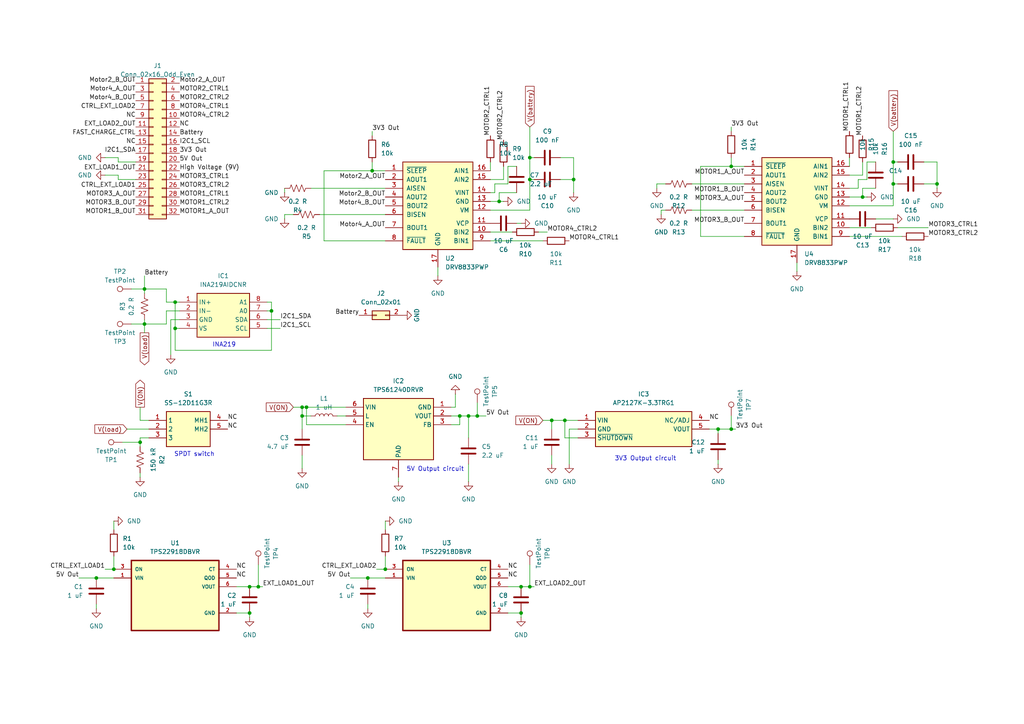
<source format=kicad_sch>
(kicad_sch (version 20250114) (generator "eeschema") (generator_version "9.0")
  (paper "A4")
  (lib_symbols
    (symbol "AP2127K-3_3TRG1_jlc:AP2127K-3.3TRG1"
      (property "Reference" "IC" (at 34.29 7.62 0))
      (property "Value" "AP2127K-3.3TRG1" (at 34.29 5.08 0))
      (symbol "AP2127K-3.3TRG1_1_1"
        (pin passive line (at 0 0 0) (length 5.08) (name "VIN") (number "1"))
        (pin passive line (at 0 -2.54 0) (length 5.08) (name "GND") (number "2"))
        (pin passive line (at 0 -5.08 0) (length 5.08) (name "~{SHUTDOWN}") (number "3"))
        (pin passive line (at 38.1 0 180) (length 5.08) (name "NC/ADJ") (number "4"))
        (pin passive line (at 38.1 -2.54 180) (length 5.08) (name "VOUT") (number "5"))
      )
    )
    (symbol "Connector:TestPoint" (pin_numbers (hide yes)) (pin_names (offset 0.762) (hide yes))
      (property "Reference" "TP" (at 0 6.858 0))
      (property "Value" "TestPoint" (at 0 5.08 0))
      (symbol "TestPoint_1_1"
        (pin passive line (at 0 0 90) (length 2.54) (name "1") (number "1"))
      )
    )
    (symbol "Connector_Generic:Conn_02x01" (pin_names (offset 1.016) (hide yes))
      (property "Reference" "J" (at 1.27 2.54 0))
      (property "Value" "Conn_02x01" (at 1.27 -2.54 0))
      (symbol "Conn_02x01_1_1"
        (pin passive line (at -5.08 0 0) (length 3.81) (name "Pin_1") (number "1"))
        (pin passive line (at 7.62 0 180) (length 3.81) (name "Pin_2") (number "2"))
      )
    )
    (symbol "Connector_Generic:Conn_02x16_Odd_Even" (pin_names (offset 1.016) (hide yes))
      (property "Reference" "J" (at 1.27 20.32 0))
      (property "Value" "Conn_02x16_Odd_Even" (at 1.27 -22.86 0))
      (symbol "Conn_02x16_Odd_Even_1_1"
        (pin passive line (at -5.08 17.78 0) (length 3.81) (name "Pin_1") (number "1"))
        (pin passive line (at -5.08 15.24 0) (length 3.81) (name "Pin_3") (number "3"))
        (pin passive line (at -5.08 12.7 0) (length 3.81) (name "Pin_5") (number "5"))
        (pin passive line (at -5.08 10.16 0) (length 3.81) (name "Pin_7") (number "7"))
        (pin passive line (at -5.08 7.62 0) (length 3.81) (name "Pin_9") (number "9"))
        (pin passive line (at -5.08 5.08 0) (length 3.81) (name "Pin_11") (number "11"))
        (pin passive line (at -5.08 2.54 0) (length 3.81) (name "Pin_13") (number "13"))
        (pin passive line (at -5.08 0 0) (length 3.81) (name "Pin_15") (number "15"))
        (pin passive line (at -5.08 -2.54 0) (length 3.81) (name "Pin_17") (number "17"))
        (pin passive line (at -5.08 -5.08 0) (length 3.81) (name "Pin_19") (number "19"))
        (pin passive line (at -5.08 -7.62 0) (length 3.81) (name "Pin_21") (number "21"))
        (pin passive line (at -5.08 -10.16 0) (length 3.81) (name "Pin_23") (number "23"))
        (pin passive line (at -5.08 -12.7 0) (length 3.81) (name "Pin_25") (number "25"))
        (pin passive line (at -5.08 -15.24 0) (length 3.81) (name "Pin_27") (number "27"))
        (pin passive line (at -5.08 -17.78 0) (length 3.81) (name "Pin_29") (number "29"))
        (pin passive line (at -5.08 -20.32 0) (length 3.81) (name "Pin_31") (number "31"))
        (pin passive line (at 7.62 17.78 180) (length 3.81) (name "Pin_2") (number "2"))
        (pin passive line (at 7.62 15.24 180) (length 3.81) (name "Pin_4") (number "4"))
        (pin passive line (at 7.62 12.7 180) (length 3.81) (name "Pin_6") (number "6"))
        (pin passive line (at 7.62 10.16 180) (length 3.81) (name "Pin_8") (number "8"))
        (pin passive line (at 7.62 7.62 180) (length 3.81) (name "Pin_10") (number "10"))
        (pin passive line (at 7.62 5.08 180) (length 3.81) (name "Pin_12") (number "12"))
        (pin passive line (at 7.62 2.54 180) (length 3.81) (name "Pin_14") (number "14"))
        (pin passive line (at 7.62 0 180) (length 3.81) (name "Pin_16") (number "16"))
        (pin passive line (at 7.62 -2.54 180) (length 3.81) (name "Pin_18") (number "18"))
        (pin passive line (at 7.62 -5.08 180) (length 3.81) (name "Pin_20") (number "20"))
        (pin passive line (at 7.62 -7.62 180) (length 3.81) (name "Pin_22") (number "22"))
        (pin passive line (at 7.62 -10.16 180) (length 3.81) (name "Pin_24") (number "24"))
        (pin passive line (at 7.62 -12.7 180) (length 3.81) (name "Pin_26") (number "26"))
        (pin passive line (at 7.62 -15.24 180) (length 3.81) (name "Pin_28") (number "28"))
        (pin passive line (at 7.62 -17.78 180) (length 3.81) (name "Pin_30") (number "30"))
        (pin passive line (at 7.62 -20.32 180) (length 3.81) (name "Pin_32") (number "32"))
      )
    )
    (symbol "DRV8833PWP_1" (pin_names (offset 1.016))
      (property "Reference" "U2" (at 2.1433 -15.24 0))
      (property "Value" "DRV8833PWP" (at 2.1433 -17.78 0))
      (symbol "DRV8833PWP_1_1_1"
        (pin input line (at -15.24 10.16 0) (length 5.08) (name "~{SLEEP}") (number "1"))
        (pin power_out line (at -15.24 7.62 0) (length 5.08) (name "AOUT1") (number "2"))
        (pin bidirectional line (at -15.24 5.08 0) (length 5.08) (name "AISEN") (number "3"))
        (pin power_out line (at -15.24 2.54 0) (length 5.08) (name "AOUT2") (number "4"))
        (pin power_out line (at -15.24 0 0) (length 5.08) (name "BOUT2") (number "5"))
        (pin bidirectional line (at -15.24 -2.54 0) (length 5.08) (name "BISEN") (number "6"))
        (pin power_out line (at -15.24 -6.35 0) (length 5.08) (name "BOUT1") (number "7"))
        (pin open_collector line (at -15.24 -10.16 0) (length 5.08) (name "~{FAULT}") (number "8"))
        (pin passive line (at 0 -17.78 90) (length 5.08) (name "GND") (number "17"))
        (pin input line (at 15.24 10.16 180) (length 5.08) (name "AIN1") (number "16"))
        (pin input line (at 15.24 7.62 180) (length 5.08) (name "AIN2") (number "15"))
        (pin power_in line (at 15.24 3.81 180) (length 5.08) (name "VINT") (number "14"))
        (pin power_in line (at 15.24 1.27 180) (length 5.08) (name "GND") (number "13"))
        (pin power_in line (at 15.24 -1.27 180) (length 5.08) (name "VM") (number "12"))
        (pin bidirectional line (at 15.24 -5.08 180) (length 5.08) (name "VCP") (number "11"))
        (pin input line (at 15.24 -7.62 180) (length 5.08) (name "BIN2") (number "10"))
        (pin input line (at 15.24 -10.16 180) (length 5.08) (name "BIN1") (number "9"))
      )
    )
    (symbol "DRV8833PWP_2" (pin_names (offset 1.016))
      (property "Reference" "U4" (at 2.1433 -15.24 0))
      (property "Value" "DRV8833PWP" (at 2.1433 -17.78 0))
      (symbol "DRV8833PWP_2_1_1"
        (pin input line (at -15.24 10.16 0) (length 5.08) (name "~{SLEEP}") (number "1"))
        (pin power_out line (at -15.24 7.62 0) (length 5.08) (name "AOUT1") (number "2"))
        (pin bidirectional line (at -15.24 5.08 0) (length 5.08) (name "AISEN") (number "3"))
        (pin power_out line (at -15.24 2.54 0) (length 5.08) (name "AOUT2") (number "4"))
        (pin power_out line (at -15.24 0 0) (length 5.08) (name "BOUT2") (number "5"))
        (pin bidirectional line (at -15.24 -2.54 0) (length 5.08) (name "BISEN") (number "6"))
        (pin power_out line (at -15.24 -6.35 0) (length 5.08) (name "BOUT1") (number "7"))
        (pin open_collector line (at -15.24 -10.16 0) (length 5.08) (name "~{FAULT}") (number "8"))
        (pin passive line (at 0 -17.78 90) (length 5.08) (name "GND") (number "17"))
        (pin input line (at 15.24 10.16 180) (length 5.08) (name "AIN1") (number "16"))
        (pin input line (at 15.24 7.62 180) (length 5.08) (name "AIN2") (number "15"))
        (pin power_in line (at 15.24 3.81 180) (length 5.08) (name "VINT") (number "14"))
        (pin power_in line (at 15.24 1.27 180) (length 5.08) (name "GND") (number "13"))
        (pin power_in line (at 15.24 -1.27 180) (length 5.08) (name "VM") (number "12"))
        (pin bidirectional line (at 15.24 -5.08 180) (length 5.08) (name "VCP") (number "11"))
        (pin input line (at 15.24 -7.62 180) (length 5.08) (name "BIN2") (number "10"))
        (pin input line (at 15.24 -10.16 180) (length 5.08) (name "BIN1") (number "9"))
      )
    )
    (symbol "Device:C" (pin_numbers (hide yes)) (pin_names (offset 0.254))
      (property "Reference" "C" (at 0.635 2.54 0))
      (property "Value" "C" (at 0.635 -2.54 0))
      (symbol "C_1_1"
        (pin passive line (at 0 3.81 270) (length 2.794) (name "~") (number "1"))
        (pin passive line (at 0 -3.81 90) (length 2.794) (name "~") (number "2"))
      )
    )
    (symbol "Device:L" (pin_numbers (hide yes)) (pin_names (offset 1.016) (hide yes))
      (property "Reference" "L" (at -1.27 0 90))
      (property "Value" "L" (at 1.905 0 90))
      (symbol "L_1_1"
        (pin passive line (at 0 3.81 270) (length 1.27) (name "1") (number "1"))
        (pin passive line (at 0 -3.81 90) (length 1.27) (name "2") (number "2"))
      )
    )
    (symbol "Device:R" (pin_numbers (hide yes)) (pin_names (offset 0))
      (property "Reference" "R" (at 2.032 0 90))
      (property "Value" "R" (at 0 0 90))
      (symbol "R_1_1"
        (pin passive line (at 0 3.81 270) (length 1.27) (name "~") (number "1"))
        (pin passive line (at 0 -3.81 90) (length 1.27) (name "~") (number "2"))
      )
    )
    (symbol "Device:R_US" (pin_numbers (hide yes)) (pin_names (offset 0))
      (property "Reference" "R" (at 2.54 0 90))
      (property "Value" "R_US" (at -2.54 0 90))
      (symbol "R_US_1_1"
        (pin passive line (at 0 3.81 270) (length 1.27) (name "~") (number "1"))
        (pin passive line (at 0 -3.81 90) (length 1.27) (name "~") (number "2"))
      )
    )
    (symbol "INA219AIDCNR_jlc:INA219AIDCNR"
      (property "Reference" "IC" (at 21.59 7.62 0))
      (property "Value" "INA219AIDCNR" (at 21.59 5.08 0))
      (symbol "INA219AIDCNR_1_1"
        (pin passive line (at 0 0 0) (length 5.08) (name "IN+") (number "1"))
        (pin passive line (at 0 -2.54 0) (length 5.08) (name "IN-") (number "2"))
        (pin passive line (at 0 -5.08 0) (length 5.08) (name "GND") (number "3"))
        (pin passive line (at 0 -7.62 0) (length 5.08) (name "VS") (number "4"))
        (pin passive line (at 25.4 0 180) (length 5.08) (name "A1") (number "8"))
        (pin passive line (at 25.4 -2.54 180) (length 5.08) (name "A0") (number "7"))
        (pin passive line (at 25.4 -5.08 180) (length 5.08) (name "SDA") (number "6"))
        (pin passive line (at 25.4 -7.62 180) (length 5.08) (name "SCL") (number "5"))
      )
    )
    (symbol "SS-12D11G3R_jlc:SS-12D11G3R"
      (property "Reference" "S" (at 19.05 7.62 0))
      (property "Value" "SS-12D11G3R" (at 19.05 5.08 0))
      (symbol "SS-12D11G3R_1_1"
        (pin passive line (at 0 0 0) (length 5.08) (name "1") (number "1"))
        (pin passive line (at 0 -2.54 0) (length 5.08) (name "2") (number "2"))
        (pin passive line (at 0 -5.08 0) (length 5.08) (name "3") (number "3"))
        (pin passive line (at 22.86 0 180) (length 5.08) (name "MH1") (number "4"))
        (pin passive line (at 22.86 -2.54 180) (length 5.08) (name "MH2") (number "5"))
      )
    )
    (symbol "TPS22918DBVR:TPS22918DBVR" (pin_names (offset 1.016))
      (property "Reference" "U" (at -12.7 11.16 0))
      (property "Value" "TPS22918DBVR" (at -12.7 -14.16 0))
      (symbol "TPS22918DBVR_0_0"
        (pin input line (at -17.78 7.62 0) (length 5.08) (name "ON") (number "3"))
        (pin input line (at -17.78 5.08 0) (length 5.08) (name "VIN") (number "1"))
        (pin output line (at 17.78 7.62 180) (length 5.08) (name "CT") (number "4"))
        (pin output line (at 17.78 5.08 180) (length 5.08) (name "QOD") (number "5"))
        (pin output line (at 17.78 2.54 180) (length 5.08) (name "VOUT") (number "6"))
        (pin power_in line (at 17.78 -5.08 180) (length 5.08) (name "GND") (number "2"))
      )
    )
    (symbol "TPS61240DRVR_jlc:TPS61240DRVR"
      (property "Reference" "IC" (at 26.67 7.62 0))
      (property "Value" "TPS61240DRVR" (at 26.67 5.08 0))
      (symbol "TPS61240DRVR_1_1"
        (pin power_in line (at 0 0 0) (length 5.08) (name "GND") (number "1"))
        (pin output line (at 0 -2.54 0) (length 5.08) (name "VOUT") (number "2"))
        (pin input line (at 0 -5.08 0) (length 5.08) (name "FB") (number "3"))
        (pin power_in line (at 15.24 -20.32 90) (length 5.08) (name "PAD") (number "7"))
        (pin power_in line (at 30.48 0 180) (length 5.08) (name "VIN") (number "6"))
        (pin input line (at 30.48 -2.54 180) (length 5.08) (name "L") (number "5"))
        (pin input line (at 30.48 -5.08 180) (length 5.08) (name "EN") (number "4"))
      )
    )
    (symbol "power:GND" (power) (pin_numbers (hide yes)) (pin_names (offset 0) (hide yes))
      (property "Value" "GND" (at 0 -3.81 0))
      (symbol "GND_1_1"
        (pin power_in line (at 0 0 270) (length 0) (name "~") (number "1"))
      )
    )
  )
  (text "SPDT switch" (at 56.388 131.826 0) (effects (font (size 1.27 1.27))))
  (text "3V3 Output circuit" (at 187.198 133.096 0) (effects (font (size 1.27 1.27))))
  (text "5V Output circuit" (at 126.238 136.144 0) (effects (font (size 1.27 1.27))))
  (text "INA219" (at 65.024 100.076 0) (effects (font (size 1.27 1.27))))
  (junction (at 50.8 95.25))
  (junction (at 166.37 52.07))
  (junction (at 41.91 83.82))
  (junction (at 72.39 177.8))
  (junction (at 33.02 165.1))
  (junction (at 74.93 170.18))
  (junction (at 40.64 128.27))
  (junction (at 138.43 120.65))
  (junction (at 50.8 87.63))
  (junction (at 151.13 177.8))
  (junction (at 153.67 52.07))
  (junction (at 153.67 45.72))
  (junction (at 41.91 93.98))
  (junction (at 133.35 120.65))
  (junction (at 78.74 90.17))
  (junction (at 135.89 120.65))
  (junction (at 163.83 121.92))
  (junction (at 144.78 58.42))
  (junction (at 87.63 120.65))
  (junction (at 212.09 48.26))
  (junction (at 271.78 53.34))
  (junction (at 250.19 57.15))
  (junction (at 212.09 124.46))
  (junction (at 259.08 53.34))
  (junction (at 27.94 167.64))
  (junction (at 160.02 121.92))
  (junction (at 151.13 170.18))
  (junction (at 72.39 170.18))
  (junction (at 111.76 165.1))
  (junction (at 153.67 170.18))
  (junction (at 87.63 118.11))
  (junction (at 107.95 49.53))
  (junction (at 208.28 124.46))
  (junction (at 259.08 46.99))
  (junction (at 88.9 118.11))
  (junction (at 106.68 167.64))
  (wire (pts (xy 87.63 132.08) (xy 87.63 135.89)))
  (wire (pts (xy 251.46 52.07) (xy 251.46 46.99)))
  (wire (pts (xy 208.28 133.35) (xy 208.28 134.62)))
  (wire (pts (xy 151.13 170.18) (xy 153.67 170.18)))
  (wire (pts (xy 48.26 83.82) (xy 48.26 87.63)))
  (wire (pts (xy 259.08 59.69) (xy 246.38 59.69)))
  (wire (pts (xy 107.95 46.99) (xy 107.95 49.53)))
  (wire (pts (xy 22.86 167.64) (xy 27.94 167.64)))
  (wire (pts (xy 147.32 170.18) (xy 151.13 170.18)))
  (wire (pts (xy 133.35 120.65) (xy 133.35 123.19)))
  (wire (pts (xy 77.47 90.17) (xy 78.74 90.17)))
  (wire (pts (xy 248.92 52.07) (xy 251.46 52.07)))
  (wire (pts (xy 77.47 92.71) (xy 81.28 92.71)))
  (wire (pts (xy 246.38 66.04) (xy 252.73 66.04)))
  (wire (pts (xy 191.77 60.96) (xy 193.04 60.96)))
  (wire (pts (xy 212.09 36.83) (xy 212.09 38.1)))
  (wire (pts (xy 133.35 123.19) (xy 130.81 123.19)))
  (wire (pts (xy 143.51 55.88) (xy 143.51 53.34)))
  (wire (pts (xy 87.63 120.65) (xy 90.17 120.65)))
  (wire (pts (xy 135.89 120.65) (xy 138.43 120.65)))
  (wire (pts (xy 142.24 69.85) (xy 157.48 69.85)))
  (wire (pts (xy 40.64 128.27) (xy 40.64 129.54)))
  (wire (pts (xy 200.66 53.34) (xy 215.9 53.34)))
  (wire (pts (xy 82.55 62.23) (xy 85.09 62.23)))
  (wire (pts (xy 40.64 137.16) (xy 40.64 138.43)))
  (wire (pts (xy 259.08 53.34) (xy 260.35 53.34)))
  (wire (pts (xy 36.83 124.46) (xy 43.18 124.46)))
  (wire (pts (xy 147.32 53.34) (xy 147.32 48.26)))
  (wire (pts (xy 153.67 36.83) (xy 153.67 45.72)))
  (wire (pts (xy 190.5 53.34) (xy 190.5 54.61)))
  (wire (pts (xy 92.71 62.23) (xy 111.76 62.23)))
  (wire (pts (xy 106.68 167.64) (xy 111.76 167.64)))
  (wire (pts (xy 41.91 93.98) (xy 48.26 93.98)))
  (wire (pts (xy 160.02 132.08) (xy 160.02 134.62)))
  (wire (pts (xy 162.56 52.07) (xy 166.37 52.07)))
  (wire (pts (xy 143.51 53.34) (xy 147.32 53.34)))
  (wire (pts (xy 41.91 92.71) (xy 41.91 93.98)))
  (wire (pts (xy 231.14 76.2) (xy 231.14 78.74)))
  (wire (pts (xy 111.76 151.13) (xy 111.76 153.67)))
  (wire (pts (xy 72.39 170.18) (xy 74.93 170.18)))
  (wire (pts (xy 115.57 138.43) (xy 115.57 139.7)))
  (wire (pts (xy 142.24 46.99) (xy 142.24 49.53)))
  (wire (pts (xy 93.98 69.85) (xy 93.98 49.53)))
  (wire (pts (xy 215.9 68.58) (xy 203.2 68.58)))
  (wire (pts (xy 250.19 57.15) (xy 246.38 57.15)))
  (wire (pts (xy 271.78 53.34) (xy 271.78 54.61)))
  (wire (pts (xy 158.75 67.31) (xy 156.21 67.31)))
  (wire (pts (xy 41.91 83.82) (xy 41.91 85.09)))
  (wire (pts (xy 30.48 45.72) (xy 34.29 45.72)))
  (wire (pts (xy 165.1 124.46) (xy 165.1 134.62)))
  (wire (pts (xy 153.67 170.18) (xy 154.94 170.18)))
  (wire (pts (xy 82.55 54.61) (xy 82.55 55.88)))
  (wire (pts (xy 87.63 118.11) (xy 88.9 118.11)))
  (wire (pts (xy 68.58 170.18) (xy 72.39 170.18)))
  (wire (pts (xy 35.56 128.27) (xy 40.64 128.27)))
  (wire (pts (xy 85.09 118.11) (xy 87.63 118.11)))
  (wire (pts (xy 251.46 57.15) (xy 250.19 57.15)))
  (wire (pts (xy 254 63.5) (xy 259.08 63.5)))
  (wire (pts (xy 259.08 46.99) (xy 259.08 53.34)))
  (wire (pts (xy 251.46 46.99) (xy 254 46.99)))
  (wire (pts (xy 167.64 127) (xy 163.83 127)))
  (wire (pts (xy 205.74 124.46) (xy 208.28 124.46)))
  (wire (pts (xy 33.02 161.29) (xy 33.02 165.1)))
  (wire (pts (xy 254 54.61) (xy 250.19 54.61)))
  (wire (pts (xy 27.94 176.53) (xy 27.94 175.26)))
  (wire (pts (xy 38.1 93.98) (xy 41.91 93.98)))
  (wire (pts (xy 40.64 127) (xy 40.64 128.27)))
  (wire (pts (xy 34.29 50.8) (xy 34.29 52.07)))
  (wire (pts (xy 163.83 127) (xy 163.83 121.92)))
  (wire (pts (xy 74.93 170.18) (xy 76.2 170.18)))
  (wire (pts (xy 208.28 124.46) (xy 212.09 124.46)))
  (wire (pts (xy 82.55 62.23) (xy 82.55 63.5)))
  (wire (pts (xy 271.78 46.99) (xy 271.78 53.34)))
  (wire (pts (xy 87.63 120.65) (xy 87.63 118.11)))
  (wire (pts (xy 106.68 176.53) (xy 106.68 175.26)))
  (wire (pts (xy 153.67 163.83) (xy 153.67 170.18)))
  (wire (pts (xy 166.37 45.72) (xy 162.56 45.72)))
  (wire (pts (xy 149.86 64.77) (xy 151.13 64.77)))
  (wire (pts (xy 271.78 46.99) (xy 267.97 46.99)))
  (wire (pts (xy 90.17 54.61) (xy 111.76 54.61)))
  (wire (pts (xy 78.74 90.17) (xy 78.74 101.6)))
  (wire (pts (xy 259.08 38.1) (xy 259.08 46.99)))
  (wire (pts (xy 153.67 45.72) (xy 153.67 52.07)))
  (wire (pts (xy 200.66 60.96) (xy 215.9 60.96)))
  (wire (pts (xy 50.8 87.63) (xy 52.07 87.63)))
  (wire (pts (xy 166.37 45.72) (xy 166.37 52.07)))
  (wire (pts (xy 142.24 55.88) (xy 143.51 55.88)))
  (wire (pts (xy 107.95 38.1) (xy 107.95 39.37)))
  (wire (pts (xy 78.74 101.6) (xy 50.8 101.6)))
  (wire (pts (xy 40.64 121.92) (xy 40.64 118.11)))
  (wire (pts (xy 138.43 120.65) (xy 140.97 120.65)))
  (wire (pts (xy 50.8 95.25) (xy 52.07 95.25)))
  (wire (pts (xy 147.32 48.26) (xy 149.86 48.26)))
  (wire (pts (xy 144.78 58.42) (xy 146.05 58.42)))
  (wire (pts (xy 250.19 54.61) (xy 250.19 57.15)))
  (wire (pts (xy 78.74 87.63) (xy 78.74 90.17)))
  (wire (pts (xy 48.26 90.17) (xy 52.07 90.17)))
  (wire (pts (xy 151.13 177.8) (xy 151.13 179.07)))
  (wire (pts (xy 135.89 134.62) (xy 135.89 139.7)))
  (wire (pts (xy 41.91 80.01) (xy 41.91 83.82)))
  (wire (pts (xy 269.24 66.04) (xy 260.35 66.04)))
  (wire (pts (xy 30.48 165.1) (xy 33.02 165.1)))
  (wire (pts (xy 163.83 121.92) (xy 167.64 121.92)))
  (wire (pts (xy 40.64 121.92) (xy 43.18 121.92)))
  (wire (pts (xy 77.47 87.63) (xy 78.74 87.63)))
  (wire (pts (xy 88.9 118.11) (xy 88.9 123.19)))
  (wire (pts (xy 157.48 121.92) (xy 160.02 121.92)))
  (wire (pts (xy 101.6 167.64) (xy 106.68 167.64)))
  (wire (pts (xy 248.92 54.61) (xy 248.92 52.07)))
  (wire (pts (xy 34.29 52.07) (xy 39.37 52.07)))
  (wire (pts (xy 153.67 60.96) (xy 142.24 60.96)))
  (wire (pts (xy 88.9 123.19) (xy 100.33 123.19)))
  (wire (pts (xy 109.22 165.1) (xy 111.76 165.1)))
  (wire (pts (xy 107.95 49.53) (xy 111.76 49.53)))
  (wire (pts (xy 203.2 68.58) (xy 203.2 48.26)))
  (wire (pts (xy 142.24 67.31) (xy 148.59 67.31)))
  (wire (pts (xy 246.38 45.72) (xy 246.38 48.26)))
  (wire (pts (xy 132.08 118.11) (xy 130.81 118.11)))
  (wire (pts (xy 212.09 120.65) (xy 212.09 124.46)))
  (wire (pts (xy 149.86 55.88) (xy 144.78 55.88)))
  (wire (pts (xy 167.64 124.46) (xy 165.1 124.46)))
  (wire (pts (xy 135.89 120.65) (xy 133.35 120.65)))
  (wire (pts (xy 30.48 50.8) (xy 34.29 50.8)))
  (wire (pts (xy 259.08 53.34) (xy 259.08 59.69)))
  (wire (pts (xy 77.47 95.25) (xy 81.28 95.25)))
  (wire (pts (xy 27.94 167.64) (xy 33.02 167.64)))
  (wire (pts (xy 72.39 177.8) (xy 72.39 179.07)))
  (wire (pts (xy 132.08 114.3) (xy 132.08 118.11)))
  (wire (pts (xy 41.91 83.82) (xy 48.26 83.82)))
  (wire (pts (xy 142.24 58.42) (xy 144.78 58.42)))
  (wire (pts (xy 212.09 48.26) (xy 215.9 48.26)))
  (wire (pts (xy 138.43 116.84) (xy 138.43 120.65)))
  (wire (pts (xy 212.09 124.46) (xy 213.36 124.46)))
  (wire (pts (xy 50.8 95.25) (xy 50.8 101.6)))
  (wire (pts (xy 166.37 52.07) (xy 166.37 55.88)))
  (wire (pts (xy 100.33 120.65) (xy 97.79 120.65)))
  (wire (pts (xy 74.93 163.83) (xy 74.93 170.18)))
  (wire (pts (xy 111.76 69.85) (xy 93.98 69.85)))
  (wire (pts (xy 50.8 87.63) (xy 50.8 95.25)))
  (wire (pts (xy 41.91 93.98) (xy 41.91 96.52)))
  (wire (pts (xy 38.1 83.82) (xy 41.91 83.82)))
  (wire (pts (xy 68.58 177.8) (xy 72.39 177.8)))
  (wire (pts (xy 153.67 52.07) (xy 154.94 52.07)))
  (wire (pts (xy 146.05 52.07) (xy 146.05 48.26)))
  (wire (pts (xy 49.53 92.71) (xy 49.53 102.87)))
  (wire (pts (xy 259.08 46.99) (xy 260.35 46.99)))
  (wire (pts (xy 33.02 151.13) (xy 33.02 153.67)))
  (wire (pts (xy 48.26 87.63) (xy 50.8 87.63)))
  (wire (pts (xy 34.29 46.99) (xy 39.37 46.99)))
  (wire (pts (xy 153.67 45.72) (xy 154.94 45.72)))
  (wire (pts (xy 208.28 124.46) (xy 208.28 125.73)))
  (wire (pts (xy 267.97 53.34) (xy 271.78 53.34)))
  (wire (pts (xy 191.77 60.96) (xy 191.77 62.23)))
  (wire (pts (xy 190.5 53.34) (xy 193.04 53.34)))
  (wire (pts (xy 93.98 49.53) (xy 107.95 49.53)))
  (wire (pts (xy 147.32 177.8) (xy 151.13 177.8)))
  (wire (pts (xy 212.09 45.72) (xy 212.09 48.26)))
  (wire (pts (xy 88.9 118.11) (xy 100.33 118.11)))
  (wire (pts (xy 144.78 55.88) (xy 144.78 58.42)))
  (wire (pts (xy 40.64 127) (xy 43.18 127)))
  (wire (pts (xy 250.19 50.8) (xy 250.19 46.99)))
  (wire (pts (xy 48.26 93.98) (xy 48.26 90.17)))
  (wire (pts (xy 87.63 120.65) (xy 87.63 124.46)))
  (wire (pts (xy 142.24 52.07) (xy 146.05 52.07)))
  (wire (pts (xy 153.67 52.07) (xy 153.67 60.96)))
  (wire (pts (xy 135.89 120.65) (xy 135.89 127)))
  (wire (pts (xy 127 77.47) (xy 127 80.01)))
  (wire (pts (xy 246.38 68.58) (xy 261.62 68.58)))
  (wire (pts (xy 203.2 48.26) (xy 212.09 48.26)))
  (wire (pts (xy 133.35 120.65) (xy 130.81 120.65)))
  (wire (pts (xy 111.76 161.29) (xy 111.76 165.1)))
  (wire (pts (xy 246.38 54.61) (xy 248.92 54.61)))
  (wire (pts (xy 160.02 121.92) (xy 163.83 121.92)))
  (wire (pts (xy 52.07 92.71) (xy 49.53 92.71)))
  (wire (pts (xy 34.29 45.72) (xy 34.29 46.99)))
  (wire (pts (xy 246.38 50.8) (xy 250.19 50.8)))
  (wire (pts (xy 160.02 121.92) (xy 160.02 124.46)))
  (label "MOTOR1_A_OUT" (at 215.9 50.8 180))
  (label "MOTOR1_CTRL2" (at 52.07 59.69 0))
  (label "Motor2_B_OUT" (at 111.76 57.15 180))
  (label "MOTOR3_CTRL1" (at 269.24 66.04 0))
  (label "CTRL_EXT_LOAD2" (at 39.37 31.75 180))
  (label "FAST_CHARGE_CTRL" (at 39.37 39.37 180))
  (label "CTRL_EXT_LOAD1" (at 30.48 165.1 180))
  (label "Motor4_B_OUT" (at 111.76 59.69 180))
  (label "MOTOR2_CTRL2" (at 146.05 40.64 90))
  (label "I2C1_SCL" (at 52.07 41.91 0))
  (label "NC" (at 39.37 34.29 180))
  (label "Motor4_A_OUT" (at 39.37 26.67 180))
  (label "MOTOR3_B_OUT" (at 215.9 64.77 180))
  (label "MOTOR1_B_OUT" (at 39.37 62.23 180))
  (label "NC" (at 66.04 121.92 0))
  (label "Motor4_A_OUT" (at 111.76 66.04 180))
  (label "I2C1_SDA" (at 81.28 92.71 0))
  (label "NC" (at 68.58 167.64 0))
  (label "3V3 Out" (at 212.09 36.83 0))
  (label "Motor4_B_OUT" (at 39.37 29.21 180))
  (label "CTRL_EXT_LOAD2" (at 109.22 165.1 180))
  (label "Battery" (at 52.07 39.37 0))
  (label "NC" (at 68.58 165.1 0))
  (label "MOTOR3_A_OUT" (at 215.9 58.42 180))
  (label "MOTOR1_B_OUT" (at 215.9 55.88 180))
  (label "NC" (at 147.32 165.1 0))
  (label "Battery" (at 41.91 80.01 0))
  (label "Motor2_B_OUT" (at 39.37 24.13 180))
  (label "NC" (at 205.74 121.92 0))
  (label "MOTOR3_A_OUT" (at 39.37 57.15 180))
  (label "NC" (at 66.04 124.46 0))
  (label "MOTOR1_A_OUT" (at 52.07 62.23 0))
  (label "MOTOR4_CTRL2" (at 52.07 34.29 0))
  (label "MOTOR3_CTRL2" (at 52.07 54.61 0))
  (label "NC" (at 147.32 167.64 0))
  (label "I2C1_SCL" (at 81.28 95.25 0))
  (label "MOTOR3_B_OUT" (at 39.37 59.69 180))
  (label "5V Out" (at 140.97 120.65 0))
  (label "High Voltage (9V)" (at 52.07 49.53 0))
  (label "Motor2_A_OUT" (at 52.07 24.13 0))
  (label "MOTOR1_CTRL1" (at 246.38 38.1 90))
  (label "3V3 Out" (at 52.07 44.45 0))
  (label "MOTOR4_CTRL1" (at 52.07 31.75 0))
  (label "5V Out" (at 101.6 167.64 180))
  (label "EXT_LOAD2_OUT" (at 39.37 36.83 180))
  (label "EXT_LOAD1_OUT" (at 39.37 49.53 180))
  (label "MOTOR2_CTRL2" (at 52.07 29.21 0))
  (label "5V Out" (at 22.86 167.64 180))
  (label "3V3 Out" (at 107.95 38.1 0))
  (label "3V3 Out" (at 213.36 124.46 0))
  (label "Battery" (at 104.14 91.44 180))
  (label "I2C1_SDA" (at 39.37 44.45 180))
  (label "NC" (at 39.37 41.91 180))
  (label "MOTOR1_CTRL1" (at 52.07 57.15 0))
  (label "MOTOR3_CTRL2" (at 269.24 68.58 0))
  (label "MOTOR3_CTRL1" (at 52.07 52.07 0))
  (label "5V Out" (at 52.07 46.99 0))
  (label "MOTOR2_CTRL1" (at 52.07 26.67 0))
  (label "MOTOR4_CTRL2" (at 158.75 67.31 0))
  (label "MOTOR2_CTRL1" (at 142.24 39.37 90))
  (label "EXT_LOAD1_OUT" (at 76.2 170.18 0))
  (label "NC" (at 52.07 36.83 0))
  (label "MOTOR4_CTRL1" (at 165.1 69.85 0))
  (label "CTRL_EXT_LOAD1" (at 39.37 54.61 180))
  (label "MOTOR1_CTRL2" (at 250.19 39.37 90))
  (label "EXT_LOAD2_OUT" (at 154.94 170.18 0))
  (label "Motor2_A_OUT" (at 111.76 52.07 180))
  (global_label "V(battery)" (shape input) (at 259.08 38.1 90) (property "Intersheetrefs" "${INTERSHEET_REFS}" (effects (hide yes))))
  (global_label "V(load)" (shape input) (at 36.83 124.46 180) (property "Intersheetrefs" "${INTERSHEET_REFS}" (effects (hide yes))))
  (global_label "V(ON)" (shape input) (at 157.48 121.92 180) (property "Intersheetrefs" "${INTERSHEET_REFS}" (effects (hide yes))))
  (global_label "V(ON)" (shape output) (at 40.64 118.11 90) (property "Intersheetrefs" "${INTERSHEET_REFS}" (effects (hide yes))))
  (global_label "V(ON)" (shape input) (at 85.09 118.11 180) (property "Intersheetrefs" "${INTERSHEET_REFS}" (effects (hide yes))))
  (global_label "V(load)" (shape output) (at 41.91 96.52 270) (property "Intersheetrefs" "${INTERSHEET_REFS}" (effects (hide yes))))
  (global_label "V(battery)" (shape input) (at 153.67 36.83 90) (property "Intersheetrefs" "${INTERSHEET_REFS}" (effects (hide yes))))
  (symbol (lib_id "Device:R") (at 33.02 157.48 0) (unit 1)
    (property "Reference" "R1" (at 35.56 156.2099 0) (effects (justify left)))
    (property "Value" "10k" (at 35.56 158.7499 0) (effects (justify left)))
    (property "Footprint" "Resistor_SMD:R_0603_1608Metric_Pad0.98x0.95mm_HandSolder" (effects (hide yes)))
    (property "Description" "Resistor" (effects (hide yes)))
  )
  (symbol (lib_id "Device:C") (at 149.86 52.07 0) (unit 1)
    (property "Reference" "C7" (at 153.67 50.7999 0) (effects (justify left)))
    (property "Value" "2.2 uF" (at 153.67 53.3399 0) (effects (justify left)))
    (property "Footprint" "Capacitor_SMD:C_0402_1005Metric_Pad0.74x0.62mm_HandSolder" (effects (hide yes)))
    (property "Description" "Unpolarized capacitor" (effects (hide yes)))
  )
  (symbol (lib_id "Connector:TestPoint") (at 212.09 120.65 0) (unit 1)
    (property "Reference" "TP7" (at 217.17 117.348 90))
    (property "Value" "TestPoint" (at 214.63 117.348 90))
    (property "Footprint" "TestPoint:TestPoint_Bridge_Pitch2.0mm_Drill0.7mm" (effects (hide yes)))
    (property "Description" "test point" (effects (hide yes)))
  )
  (symbol (lib_id "Connector:TestPoint") (at 38.1 83.82 90) (unit 1)
    (property "Reference" "TP2" (at 34.798 78.74 90))
    (property "Value" "TestPoint" (at 34.798 81.28 90))
    (property "Footprint" "TestPoint:TestPoint_Bridge_Pitch2.0mm_Drill0.7mm" (effects (hide yes)))
    (property "Description" "test point" (effects (hide yes)))
  )
  (symbol (lib_id "Device:R") (at 250.19 43.18 0) (mirror x) (unit 1)
    (property "Reference" "R16" (at 256.54 43.18 90))
    (property "Value" "10k" (at 254 43.18 90))
    (property "Footprint" "Resistor_SMD:R_0603_1608Metric_Pad0.98x0.95mm_HandSolder" (effects (hide yes)))
    (property "Description" "Resistor" (effects (hide yes)))
  )
  (symbol (lib_name "DRV8833PWP_2") (lib_id "Driver_Motor:DRV8833PWP") (at 231.14 58.42 0) (unit 1)
    (property "Reference" "U4" (at 233.2833 73.66 0) (effects (justify left)))
    (property "Value" "DRV8833PWP" (at 233.2833 76.2 0) (effects (justify left)))
    (property "Footprint" "DRV8833PWP_jlc:SOP65P640X120-17N" (effects (hide yes)))
    (property "Datasheet" "http://www.ti.com/lit/ds/symlink/drv8833.pdf" (effects (hide yes)))
    (property "Description" "Dual H-Bridge Motor Driver, HTSSOP-16" (effects (hide yes)))
  )
  (symbol (lib_id "TPS61240DRVR_jlc:TPS61240DRVR") (at 130.81 118.11 0) (mirror y) (unit 1)
    (property "Reference" "IC2" (at 115.57 110.49 0))
    (property "Value" "TPS61240DRVR" (at 115.57 113.03 0))
    (property "Footprint" "TPS61240DRVR_jlc:SON65P200X200X80-7N" (effects (hide yes)))
    (property "Datasheet" "http://www.ti.com/lit/ds/symlink/tps61240.pdf" (effects (hide yes)))
    (property "Description" "Conv DC-DC 2.3V to 5.5V Step Up Single-Out 5V 0.45A 6-Pin WSON EP T/R" (effects (hide yes)))
    (property "Height" "0.8" (effects (hide yes)))
    (property "Manufacturer_Name" "Texas Instruments" (effects (hide yes)))
    (property "Manufacturer_Part_Number" "TPS61240DRVR" (effects (hide yes)))
    (property "Mouser Part Number" "595-TPS61240DRVR" (effects (hide yes)))
    (property "Mouser Price/Stock" "https://www.mouser.co.uk/ProductDetail/Texas-Instruments/TPS61240DRVR?qs=AFkNxQkJKAL5qlClR9nbgA%3D%3D" (effects (hide yes)))
    (property "Arrow Part Number" "TPS61240DRVR" (effects (hide yes)))
    (property "Arrow Price/Stock" "https://www.arrow.com/en/products/tps61240drvr/texas-instruments?region=nac" (effects (hide yes)))
  )
  (symbol (lib_id "power:GND") (at 82.55 55.88 0) (unit 1)
    (property "Reference" "#PWR08" (effects (hide yes)))
    (property "Value" "GND" (at 78.74 55.88 0))
    (property "Description" "Power symbol creates a global label with name \"GND\" , ground" (effects (hide yes)))
  )
  (symbol (lib_id "power:GND") (at 106.68 176.53 0) (unit 1)
    (property "Reference" "#PWR011" (effects (hide yes)))
    (property "Value" "GND" (at 106.68 181.61 0))
    (property "Description" "Power symbol creates a global label with name \"GND\" , ground" (effects (hide yes)))
  )
  (symbol (lib_id "Device:C") (at 158.75 45.72 270) (unit 1)
    (property "Reference" "C9" (at 158.75 38.1 90))
    (property "Value" "100 nF" (at 158.75 40.64 90))
    (property "Footprint" "Capacitor_SMD:C_0402_1005Metric_Pad0.74x0.62mm_HandSolder" (effects (hide yes)))
    (property "Description" "Unpolarized capacitor" (effects (hide yes)))
  )
  (symbol (lib_id "power:GND") (at 151.13 179.07 0) (unit 1)
    (property "Reference" "#PWR020" (effects (hide yes)))
    (property "Value" "GND" (at 151.13 184.15 0))
    (property "Description" "Power symbol creates a global label with name \"GND\" , ground" (effects (hide yes)))
  )
  (symbol (lib_id "TPS22918DBVR:TPS22918DBVR") (at 50.8 172.72 0) (unit 1)
    (property "Reference" "U1" (at 50.8 157.48 0))
    (property "Value" "TPS22918DBVR" (at 50.8 160.02 0))
    (property "Footprint" "TPS22918DBVR_jlc:SOT95P280X145-6N" (effects (hide yes)))
    (property "MF" "Texas Instruments" (effects (hide yes)))
    (property "Description_1" "5.5-V, 2-A, 52-mΩ load switch with adj. rise time and adj. output discharge" (effects (hide yes)))
    (property "Package" "SOT-23-6 Texas Instruments" (effects (hide yes)))
    (property "Price" "None" (effects (hide yes)))
    (property "SnapEDA_Link" "https://www.snapeda.com/parts/TPS22918DBVR/Texas+Instruments/view-part/?ref=snap" (effects (hide yes)))
    (property "MP" "TPS22918DBVR" (effects (hide yes)))
    (property "Availability" "In Stock" (effects (hide yes)))
    (property "Check_prices" "https://www.snapeda.com/parts/TPS22918DBVR/Texas+Instruments/view-part/?ref=eda" (effects (hide yes)))
  )
  (symbol (lib_id "Device:R_US") (at 40.64 133.35 0) (unit 1)
    (property "Reference" "R2" (at 46.99 133.35 90))
    (property "Value" "150 kR" (at 44.45 133.35 90))
    (property "Footprint" "Resistor_SMD:R_0603_1608Metric_Pad0.98x0.95mm_HandSolder" (effects (hide yes)))
    (property "Description" "Resistor, US symbol" (effects (hide yes)))
  )
  (symbol (lib_id "Device:C") (at 72.39 173.99 0) (mirror y) (unit 1)
    (property "Reference" "C2" (at 68.58 172.7199 0) (effects (justify left)))
    (property "Value" "1 uF" (at 68.58 175.2599 0) (effects (justify left)))
    (property "Footprint" "Capacitor_SMD:C_1206_3216Metric_Pad1.33x1.80mm_HandSolder" (effects (hide yes)))
    (property "Description" "Unpolarized capacitor" (effects (hide yes)))
  )
  (symbol (lib_id "Device:C") (at 146.05 64.77 90) (mirror x) (unit 1)
    (property "Reference" "C6" (at 146.05 72.39 90))
    (property "Value" "10 uF" (at 146.05 69.85 90))
    (property "Footprint" "Capacitor_SMD:C_1206_3216Metric_Pad1.33x1.80mm_HandSolder" (effects (hide yes)))
    (property "Description" "Unpolarized capacitor" (effects (hide yes)))
  )
  (symbol (lib_id "power:GND") (at 208.28 134.62 0) (unit 1)
    (property "Reference" "#PWR026" (effects (hide yes)))
    (property "Value" "GND" (at 208.28 139.7 0))
    (property "Description" "Power symbol creates a global label with name \"GND\" , ground" (effects (hide yes)))
  )
  (symbol (lib_id "Connector_Generic:Conn_02x01") (at 109.22 91.44 0) (unit 1)
    (property "Reference" "J2" (at 110.49 85.09 0))
    (property "Value" "Conn_02x01" (at 110.49 87.63 0))
    (property "Footprint" "Connector_JST:JST_EH_S2B-EH_1x02_P2.50mm_Horizontal" (effects (hide yes)))
    (property "Description" "Generic connector, double row, 02x01, this symbol is compatible with counter-clockwise, top-bottom and odd-even numbering schemes., script generated (kicad-library-utils/schlib/autogen/connector/)" (effects (hide yes)))
  )
  (symbol (lib_id "Device:C") (at 264.16 46.99 270) (unit 1)
    (property "Reference" "C15" (at 264.16 39.37 90))
    (property "Value" "100 nF" (at 264.16 41.91 90))
    (property "Footprint" "Capacitor_SMD:C_0402_1005Metric_Pad0.74x0.62mm_HandSolder" (effects (hide yes)))
    (property "Description" "Unpolarized capacitor" (effects (hide yes)))
  )
  (symbol (lib_id "power:GND") (at 87.63 135.89 0) (unit 1)
    (property "Reference" "#PWR010" (effects (hide yes)))
    (property "Value" "GND" (at 87.63 140.97 0))
    (property "Description" "Power symbol creates a global label with name \"GND\" , ground" (effects (hide yes)))
  )
  (symbol (lib_id "Device:R") (at 265.43 68.58 90) (mirror x) (unit 1)
    (property "Reference" "R18" (at 265.43 74.93 90))
    (property "Value" "10k" (at 265.43 72.39 90))
    (property "Footprint" "Resistor_SMD:R_0603_1608Metric_Pad0.98x0.95mm_HandSolder" (effects (hide yes)))
    (property "Description" "Resistor" (effects (hide yes)))
  )
  (symbol (lib_id "Device:R_US") (at 196.85 53.34 270) (unit 1)
    (property "Reference" "R12" (at 196.85 59.69 90))
    (property "Value" "0.2 R" (at 196.85 57.15 90))
    (property "Footprint" "Resistor_SMD:R_2512_6332Metric_Pad1.40x3.35mm_HandSolder" (effects (hide yes)))
    (property "Description" "Resistor, US symbol" (effects (hide yes)))
  )
  (symbol (lib_id "power:GND") (at 166.37 55.88 0) (unit 1)
    (property "Reference" "#PWR023" (effects (hide yes)))
    (property "Value" "GND" (at 166.37 60.96 0))
    (property "Description" "Power symbol creates a global label with name \"GND\" , ground" (effects (hide yes)))
  )
  (symbol (lib_id "SS-12D11G3R_jlc:SS-12D11G3R") (at 43.18 121.92 0) (unit 1)
    (property "Reference" "S1" (at 54.61 114.3 0))
    (property "Value" "SS-12D11G3R" (at 54.61 116.84 0))
    (property "Footprint" "SS-12D11G3R_jlc:SS12D11G3R" (effects (hide yes)))
    (property "Datasheet" "http://www.helloxkb.com/public/images/pdf/SS-12D11XXX.pdf" (effects (hide yes)))
    (property "Description" "Bend-in 3A Single Pole Double Throw (SPDT) 125V Black 10,000 times Plugin Slide Switches ROHS , -40~+85" (effects (hide yes)))
    (property "Height" "6.9" (effects (hide yes)))
    (property "Manufacturer_Name" "XKB Connectivity" (effects (hide yes)))
    (property "Manufacturer_Part_Number" "SS-12D11G3R" (effects (hide yes)))
  )
  (symbol (lib_id "power:GND") (at 30.48 50.8 270) (unit 1)
    (property "Reference" "#PWR03" (effects (hide yes)))
    (property "Value" "GND" (at 26.67 50.7999 90) (effects (justify right)))
    (property "Description" "Power symbol creates a global label with name \"GND\" , ground" (effects (hide yes)))
  )
  (symbol (lib_id "Device:R") (at 161.29 69.85 90) (mirror x) (unit 1)
    (property "Reference" "R11" (at 161.29 76.2 90))
    (property "Value" "10k" (at 161.29 73.66 90))
    (property "Footprint" "Resistor_SMD:R_0603_1608Metric_Pad0.98x0.95mm_HandSolder" (effects (hide yes)))
    (property "Description" "Resistor" (effects (hide yes)))
  )
  (symbol (lib_id "Device:R") (at 111.76 157.48 0) (unit 1)
    (property "Reference" "R7" (at 114.3 156.2099 0) (effects (justify left)))
    (property "Value" "10k" (at 114.3 158.7499 0) (effects (justify left)))
    (property "Footprint" "Resistor_SMD:R_0603_1608Metric_Pad0.98x0.95mm_HandSolder" (effects (hide yes)))
    (property "Description" "Resistor" (effects (hide yes)))
  )
  (symbol (lib_id "power:GND") (at 231.14 78.74 0) (unit 1)
    (property "Reference" "#PWR027" (effects (hide yes)))
    (property "Value" "GND" (at 231.14 83.82 0))
    (property "Description" "Power symbol creates a global label with name \"GND\" , ground" (effects (hide yes)))
  )
  (symbol (lib_id "TPS22918DBVR:TPS22918DBVR") (at 129.54 172.72 0) (unit 1)
    (property "Reference" "U3" (at 129.54 157.48 0))
    (property "Value" "TPS22918DBVR" (at 129.54 160.02 0))
    (property "Footprint" "TPS22918DBVR_jlc:SOT95P280X145-6N" (effects (hide yes)))
    (property "MF" "Texas Instruments" (effects (hide yes)))
    (property "Description_1" "5.5-V, 2-A, 52-mΩ load switch with adj. rise time and adj. output discharge" (effects (hide yes)))
    (property "Package" "SOT-23-6 Texas Instruments" (effects (hide yes)))
    (property "Price" "None" (effects (hide yes)))
    (property "SnapEDA_Link" "https://www.snapeda.com/parts/TPS22918DBVR/Texas+Instruments/view-part/?ref=snap" (effects (hide yes)))
    (property "MP" "TPS22918DBVR" (effects (hide yes)))
    (property "Availability" "In Stock" (effects (hide yes)))
    (property "Check_prices" "https://www.snapeda.com/parts/TPS22918DBVR/Texas+Instruments/view-part/?ref=eda" (effects (hide yes)))
  )
  (symbol (lib_id "Device:C") (at 27.94 171.45 0) (mirror y) (unit 1)
    (property "Reference" "C1" (at 24.13 170.1799 0) (effects (justify left)))
    (property "Value" "1 uF" (at 24.13 172.7199 0) (effects (justify left)))
    (property "Footprint" "Capacitor_SMD:C_1206_3216Metric_Pad1.33x1.80mm_HandSolder" (effects (hide yes)))
    (property "Description" "Unpolarized capacitor" (effects (hide yes)))
  )
  (symbol (lib_id "power:GND") (at 132.08 114.3 0) (mirror x) (unit 1)
    (property "Reference" "#PWR016" (effects (hide yes)))
    (property "Value" "GND" (at 132.08 109.22 0))
    (property "Description" "Power symbol creates a global label with name \"GND\" , ground" (effects (hide yes)))
  )
  (symbol (lib_id "Device:C") (at 250.19 63.5 90) (mirror x) (unit 1)
    (property "Reference" "C13" (at 250.19 71.12 90))
    (property "Value" "10 uF" (at 250.19 68.58 90))
    (property "Footprint" "Capacitor_SMD:C_1206_3216Metric_Pad1.33x1.80mm_HandSolder" (effects (hide yes)))
    (property "Description" "Unpolarized capacitor" (effects (hide yes)))
  )
  (symbol (lib_id "Device:C") (at 106.68 171.45 0) (mirror y) (unit 1)
    (property "Reference" "C4" (at 102.87 170.1799 0) (effects (justify left)))
    (property "Value" "1 uF" (at 102.87 172.7199 0) (effects (justify left)))
    (property "Footprint" "Capacitor_SMD:C_1206_3216Metric_Pad1.33x1.80mm_HandSolder" (effects (hide yes)))
    (property "Description" "Unpolarized capacitor" (effects (hide yes)))
  )
  (symbol (lib_id "power:GND") (at 271.78 54.61 0) (unit 1)
    (property "Reference" "#PWR030" (effects (hide yes)))
    (property "Value" "GND" (at 271.78 59.69 0))
    (property "Description" "Power symbol creates a global label with name \"GND\" , ground" (effects (hide yes)))
  )
  (symbol (lib_id "power:GND") (at 82.55 63.5 0) (unit 1)
    (property "Reference" "#PWR09" (effects (hide yes)))
    (property "Value" "GND" (at 78.74 63.5 0))
    (property "Description" "Power symbol creates a global label with name \"GND\" , ground" (effects (hide yes)))
  )
  (symbol (lib_id "power:GND") (at 251.46 57.15 90) (unit 1)
    (property "Reference" "#PWR028" (effects (hide yes)))
    (property "Value" "GND" (at 255.27 57.1499 90) (effects (justify right)))
    (property "Description" "Power symbol creates a global label with name \"GND\" , ground" (effects (hide yes)))
  )
  (symbol (lib_id "power:GND") (at 111.76 151.13 90) (unit 1)
    (property "Reference" "#PWR012" (effects (hide yes)))
    (property "Value" "GND" (at 115.57 151.1299 90) (effects (justify right)))
    (property "Description" "Power symbol creates a global label with name \"GND\" , ground" (effects (hide yes)))
  )
  (symbol (lib_id "Device:R") (at 152.4 67.31 270) (unit 1)
    (property "Reference" "R10" (at 152.4 73.66 90))
    (property "Value" "10k" (at 152.4 71.12 90))
    (property "Footprint" "Resistor_SMD:R_0603_1608Metric_Pad0.98x0.95mm_HandSolder" (effects (hide yes)))
    (property "Description" "Resistor" (effects (hide yes)))
  )
  (symbol (lib_id "Connector:TestPoint") (at 138.43 116.84 0) (unit 1)
    (property "Reference" "TP5" (at 143.51 113.538 90))
    (property "Value" "TestPoint" (at 140.97 113.538 90))
    (property "Footprint" "TestPoint:TestPoint_Bridge_Pitch2.0mm_Drill0.7mm" (effects (hide yes)))
    (property "Description" "test point" (effects (hide yes)))
  )
  (symbol (lib_id "power:GND") (at 259.08 63.5 90) (unit 1)
    (property "Reference" "#PWR029" (effects (hide yes)))
    (property "Value" "GND" (at 262.89 63.4999 90) (effects (justify right)))
    (property "Description" "Power symbol creates a global label with name \"GND\" , ground" (effects (hide yes)))
  )
  (symbol (lib_id "Device:C") (at 151.13 173.99 0) (mirror y) (unit 1)
    (property "Reference" "C8" (at 147.32 172.7199 0) (effects (justify left)))
    (property "Value" "1 uF" (at 147.32 175.2599 0) (effects (justify left)))
    (property "Footprint" "Capacitor_SMD:C_1206_3216Metric_Pad1.33x1.80mm_HandSolder" (effects (hide yes)))
    (property "Description" "Unpolarized capacitor" (effects (hide yes)))
  )
  (symbol (lib_id "Device:R") (at 107.95 43.18 0) (unit 1)
    (property "Reference" "R6" (at 110.49 41.9099 0) (effects (justify left)))
    (property "Value" "10k" (at 110.49 44.4499 0) (effects (justify left)))
    (property "Footprint" "Resistor_SMD:R_0603_1608Metric_Pad0.98x0.95mm_HandSolder" (effects (hide yes)))
    (property "Description" "Resistor" (effects (hide yes)))
  )
  (symbol (lib_id "Connector:TestPoint") (at 38.1 93.98 90) (mirror x) (unit 1)
    (property "Reference" "TP3" (at 34.798 99.06 90))
    (property "Value" "TestPoint" (at 34.798 96.52 90))
    (property "Footprint" "TestPoint:TestPoint_Bridge_Pitch2.0mm_Drill0.7mm" (effects (hide yes)))
    (property "Description" "test point" (effects (hide yes)))
  )
  (symbol (lib_id "Device:R_US") (at 196.85 60.96 270) (unit 1)
    (property "Reference" "R13" (at 196.85 67.31 90))
    (property "Value" "0.2 R" (at 196.85 64.77 90))
    (property "Footprint" "Resistor_SMD:R_2512_6332Metric_Pad1.40x3.35mm_HandSolder" (effects (hide yes)))
    (property "Description" "Resistor, US symbol" (effects (hide yes)))
  )
  (symbol (lib_id "Device:R") (at 142.24 43.18 0) (unit 1)
    (property "Reference" "R8" (at 144.78 41.9099 0) (effects (justify left)))
    (property "Value" "10k" (at 144.78 44.4499 0) (effects (justify left)))
    (property "Footprint" "Resistor_SMD:R_0603_1608Metric_Pad0.98x0.95mm_HandSolder" (effects (hide yes)))
    (property "Description" "Resistor" (effects (hide yes)))
  )
  (symbol (lib_id "power:GND") (at 151.13 64.77 90) (unit 1)
    (property "Reference" "#PWR019" (effects (hide yes)))
    (property "Value" "GND" (at 154.94 64.7699 90) (effects (justify right)))
    (property "Description" "Power symbol creates a global label with name \"GND\" , ground" (effects (hide yes)))
  )
  (symbol (lib_id "power:GND") (at 33.02 151.13 90) (unit 1)
    (property "Reference" "#PWR04" (effects (hide yes)))
    (property "Value" "GND" (at 36.83 151.1299 90) (effects (justify right)))
    (property "Description" "Power symbol creates a global label with name \"GND\" , ground" (effects (hide yes)))
  )
  (symbol (lib_id "power:GND") (at 160.02 134.62 0) (unit 1)
    (property "Reference" "#PWR021" (effects (hide yes)))
    (property "Value" "GND" (at 160.02 139.7 0))
    (property "Description" "Power symbol creates a global label with name \"GND\" , ground" (effects (hide yes)))
  )
  (symbol (lib_id "Device:R") (at 256.54 66.04 90) (mirror x) (unit 1)
    (property "Reference" "R17" (at 256.54 72.39 90))
    (property "Value" "10k" (at 256.54 69.85 90))
    (property "Footprint" "Resistor_SMD:R_0603_1608Metric_Pad0.98x0.95mm_HandSolder" (effects (hide yes)))
    (property "Description" "Resistor" (effects (hide yes)))
  )
  (symbol (lib_id "Device:R_US") (at 86.36 54.61 270) (unit 1)
    (property "Reference" "R4" (at 86.36 60.96 90))
    (property "Value" "0.2 R" (at 86.36 58.42 90))
    (property "Footprint" "Resistor_SMD:R_2512_6332Metric_Pad1.40x3.35mm_HandSolder" (effects (hide yes)))
    (property "Description" "Resistor, US symbol" (effects (hide yes)))
  )
  (symbol (lib_id "INA219AIDCNR_jlc:INA219AIDCNR") (at 52.07 87.63 0) (unit 1)
    (property "Reference" "IC1" (at 64.77 80.01 0))
    (property "Value" "INA219AIDCNR" (at 64.77 82.55 0))
    (property "Footprint" "INA219AIDCNR_jlc:SOP65P280X145-8N" (effects (hide yes)))
    (property "Datasheet" "https://componentsearchengine.com/Datasheets/2/INA219AIDCNR.pdf" (effects (hide yes)))
    (property "Description" "TEXAS INSTRUMENTS - INA219AIDCNR - CURRENT/POWER MONITOR, SOT-23-8, FULL REEL" (effects (hide yes)))
    (property "Height" "1.45" (effects (hide yes)))
    (property "Manufacturer_Name" "Texas Instruments" (effects (hide yes)))
    (property "Manufacturer_Part_Number" "INA219AIDCNR" (effects (hide yes)))
    (property "Mouser Part Number" "595-INA219AIDCNR" (effects (hide yes)))
    (property "Mouser Price/Stock" "https://www.mouser.co.uk/ProductDetail/Texas-Instruments/INA219AIDCNR?qs=NNt36bEIu0tiHc879dL2eg%3D%3D" (effects (hide yes)))
    (property "Arrow Part Number" "INA219AIDCNR" (effects (hide yes)))
    (property "Arrow Price/Stock" "https://www.arrow.com/en/products/ina219aidcnr/texas-instruments?utm_currency=USD&region=nac" (effects (hide yes)))
  )
  (symbol (lib_id "power:GND") (at 165.1 134.62 0) (unit 1)
    (property "Reference" "#PWR022" (effects (hide yes)))
    (property "Value" "GND" (at 165.1 139.7 0))
    (property "Description" "Power symbol creates a global label with name \"GND\" , ground" (effects (hide yes)))
  )
  (symbol (lib_id "power:GND") (at 127 80.01 0) (unit 1)
    (property "Reference" "#PWR015" (effects (hide yes)))
    (property "Value" "GND" (at 127 85.09 0))
    (property "Description" "Power symbol creates a global label with name \"GND\" , ground" (effects (hide yes)))
  )
  (symbol (lib_id "Device:R_US") (at 41.91 88.9 180) (unit 1)
    (property "Reference" "R3" (at 35.56 88.9 90))
    (property "Value" "0.2 R" (at 38.1 88.9 90))
    (property "Footprint" "Resistor_SMD:R_2512_6332Metric_Pad1.40x3.35mm_HandSolder" (effects (hide yes)))
    (property "Description" "Resistor, US symbol" (effects (hide yes)))
  )
  (symbol (lib_id "power:GND") (at 30.48 45.72 270) (unit 1)
    (property "Reference" "#PWR02" (effects (hide yes)))
    (property "Value" "GND" (at 26.67 45.7199 90) (effects (justify right)))
    (property "Description" "Power symbol creates a global label with name \"GND\" , ground" (effects (hide yes)))
  )
  (symbol (lib_id "Connector:TestPoint") (at 35.56 128.27 90) (mirror x) (unit 1)
    (property "Reference" "TP1" (at 32.258 133.35 90))
    (property "Value" "TestPoint" (at 32.258 130.81 90))
    (property "Footprint" "TestPoint:TestPoint_Bridge_Pitch2.0mm_Drill0.7mm" (effects (hide yes)))
    (property "Description" "test point" (effects (hide yes)))
  )
  (symbol (lib_name "DRV8833PWP_1") (lib_id "Driver_Motor:DRV8833PWP") (at 127 59.69 0) (unit 1)
    (property "Reference" "U2" (at 129.1433 74.93 0) (effects (justify left)))
    (property "Value" "DRV8833PWP" (at 129.1433 77.47 0) (effects (justify left)))
    (property "Footprint" "DRV8833PWP_jlc:SOP65P640X120-17N" (effects (hide yes)))
    (property "Datasheet" "http://www.ti.com/lit/ds/symlink/drv8833.pdf" (effects (hide yes)))
    (property "Description" "Dual H-Bridge Motor Driver, HTSSOP-16" (effects (hide yes)))
  )
  (symbol (lib_id "Connector:TestPoint") (at 74.93 163.83 0) (unit 1)
    (property "Reference" "TP4" (at 80.01 160.528 90))
    (property "Value" "TestPoint" (at 77.47 160.528 90))
    (property "Footprint" "TestPoint:TestPoint_Bridge_Pitch2.0mm_Drill0.7mm" (effects (hide yes)))
    (property "Description" "test point" (effects (hide yes)))
  )
  (symbol (lib_id "power:GND") (at 72.39 179.07 0) (unit 1)
    (property "Reference" "#PWR07" (effects (hide yes)))
    (property "Value" "GND" (at 72.39 184.15 0))
    (property "Description" "Power symbol creates a global label with name \"GND\" , ground" (effects (hide yes)))
  )
  (symbol (lib_id "power:GND") (at 190.5 54.61 0) (unit 1)
    (property "Reference" "#PWR024" (effects (hide yes)))
    (property "Value" "GND" (at 190.5 59.69 0))
    (property "Description" "Power symbol creates a global label with name \"GND\" , ground" (effects (hide yes)))
  )
  (symbol (lib_id "power:GND") (at 146.05 58.42 90) (unit 1)
    (property "Reference" "#PWR018" (effects (hide yes)))
    (property "Value" "GND" (at 149.86 58.4199 90) (effects (justify right)))
    (property "Description" "Power symbol creates a global label with name \"GND\" , ground" (effects (hide yes)))
  )
  (symbol (lib_id "Device:C") (at 87.63 128.27 0) (mirror y) (unit 1)
    (property "Reference" "C3" (at 83.82 126.9999 0) (effects (justify left)))
    (property "Value" "4.7 uF" (at 83.82 129.5399 0) (effects (justify left)))
    (property "Footprint" "Capacitor_SMD:C_0402_1005Metric_Pad0.74x0.62mm_HandSolder" (effects (hide yes)))
    (property "Description" "Unpolarized capacitor" (effects (hide yes)))
  )
  (symbol (lib_id "Device:C") (at 135.89 130.81 0) (unit 1)
    (property "Reference" "C5" (at 139.7 129.5399 0) (effects (justify left)))
    (property "Value" "2.2 uF" (at 139.7 132.0799 0) (effects (justify left)))
    (property "Footprint" "Capacitor_SMD:C_0402_1005Metric_Pad0.74x0.62mm_HandSolder" (effects (hide yes)))
    (property "Description" "Unpolarized capacitor" (effects (hide yes)))
  )
  (symbol (lib_id "power:GND") (at 27.94 176.53 0) (unit 1)
    (property "Reference" "#PWR01" (effects (hide yes)))
    (property "Value" "GND" (at 27.94 181.61 0))
    (property "Description" "Power symbol creates a global label with name \"GND\" , ground" (effects (hide yes)))
  )
  (symbol (lib_id "Device:R") (at 212.09 41.91 0) (mirror x) (unit 1)
    (property "Reference" "R14" (at 218.44 41.91 90))
    (property "Value" "10k" (at 215.9 41.91 90))
    (property "Footprint" "Resistor_SMD:R_0603_1608Metric_Pad0.98x0.95mm_HandSolder" (effects (hide yes)))
    (property "Description" "Resistor" (effects (hide yes)))
  )
  (symbol (lib_id "AP2127K-3_3TRG1_jlc:AP2127K-3.3TRG1") (at 167.64 121.92 0) (unit 1)
    (property "Reference" "IC3" (at 186.69 114.3 0))
    (property "Value" "AP2127K-3.3TRG1" (at 186.69 116.84 0))
    (property "Footprint" "AP2127K-3.3TRG1-jlc:SOT95P282X145-5N" (effects (hide yes)))
    (property "Datasheet" "https://www.diodes.com//assets/Datasheets/AP2127.pdf" (effects (hide yes)))
    (property "Description" "DiodesZetex AP2127K-3.3TRG1, LDO Regulator, 3.3 V, +/-2% 5-Pin, SOT-23" (effects (hide yes)))
    (property "Height" "1.45" (effects (hide yes)))
    (property "Manufacturer_Name" "Diodes Incorporated" (effects (hide yes)))
    (property "Manufacturer_Part_Number" "AP2127K-3.3TRG1" (effects (hide yes)))
    (property "Mouser Part Number" "621-AP2127K-3.3TRG1" (effects (hide yes)))
    (property "Mouser Price/Stock" "https://www.mouser.co.uk/ProductDetail/Diodes-Incorporated/AP2127K-3.3TRG1?qs=x6A8l6qLYDCeAxisWuFs5g%3D%3D" (effects (hide yes)))
    (property "Arrow Part Number" "AP2127K-3.3TRG1" (effects (hide yes)))
    (property "Arrow Price/Stock" "https://www.arrow.com/en/products/ap2127k-3.3trg1/diodes-incorporated?region=europe" (effects (hide yes)))
  )
  (symbol (lib_id "Device:C") (at 160.02 128.27 0) (mirror y) (unit 1)
    (property "Reference" "C11" (at 156.21 126.9999 0) (effects (justify left)))
    (property "Value" "1 uF" (at 156.21 129.5399 0) (effects (justify left)))
    (property "Footprint" "Capacitor_SMD:C_1206_3216Metric_Pad1.33x1.80mm_HandSolder" (effects (hide yes)))
    (property "Description" "Unpolarized capacitor" (effects (hide yes)))
  )
  (symbol (lib_id "Device:C") (at 254 50.8 0) (unit 1)
    (property "Reference" "C14" (at 257.81 49.5299 0) (effects (justify left)))
    (property "Value" "2.2 uF" (effects (hide yes)))
    (property "Footprint" "Capacitor_SMD:C_0402_1005Metric_Pad0.74x0.62mm_HandSolder" (effects (hide yes)))
    (property "Description" "Unpolarized capacitor" (effects (hide yes)))
  )
  (symbol (lib_id "power:GND") (at 191.77 62.23 0) (unit 1)
    (property "Reference" "#PWR025" (effects (hide yes)))
    (property "Value" "GND" (at 191.77 67.31 0))
    (property "Description" "Power symbol creates a global label with name \"GND\" , ground" (effects (hide yes)))
  )
  (symbol (lib_id "power:GND") (at 49.53 102.87 0) (unit 1)
    (property "Reference" "#PWR06" (effects (hide yes)))
    (property "Value" "GND" (at 49.53 107.95 0))
    (property "Description" "Power symbol creates a global label with name \"GND\" , ground" (effects (hide yes)))
  )
  (symbol (lib_id "Connector:TestPoint") (at 153.67 163.83 0) (unit 1)
    (property "Reference" "TP6" (at 158.75 160.528 90))
    (property "Value" "TestPoint" (at 156.21 160.528 90))
    (property "Footprint" "TestPoint:TestPoint_Bridge_Pitch2.0mm_Drill0.7mm" (effects (hide yes)))
    (property "Description" "test point" (effects (hide yes)))
  )
  (symbol (lib_id "Device:C") (at 264.16 53.34 90) (mirror x) (unit 1)
    (property "Reference" "C16" (at 264.16 60.96 90))
    (property "Value" "10 uF" (at 264.16 58.42 90))
    (property "Footprint" "Capacitor_SMD:C_1206_3216Metric_Pad1.33x1.80mm_HandSolder" (effects (hide yes)))
    (property "Description" "Unpolarized capacitor" (effects (hide yes)))
  )
  (symbol (lib_id "power:GND") (at 40.64 138.43 0) (unit 1)
    (property "Reference" "#PWR05" (effects (hide yes)))
    (property "Value" "GND" (at 40.64 143.51 0))
    (property "Description" "Power symbol creates a global label with name \"GND\" , ground" (effects (hide yes)))
  )
  (symbol (lib_id "power:GND") (at 115.57 139.7 0) (mirror y) (unit 1)
    (property "Reference" "#PWR013" (effects (hide yes)))
    (property "Value" "GND" (at 115.57 144.78 0))
    (property "Description" "Power symbol creates a global label with name \"GND\" , ground" (effects (hide yes)))
  )
  (symbol (lib_id "Device:R") (at 246.38 41.91 0) (mirror x) (unit 1)
    (property "Reference" "R15" (at 252.73 41.91 90))
    (property "Value" "10k" (at 250.19 41.91 90))
    (property "Footprint" "Resistor_SMD:R_0603_1608Metric_Pad0.98x0.95mm_HandSolder" (effects (hide yes)))
    (property "Description" "Resistor" (effects (hide yes)))
  )
  (symbol (lib_id "Device:C") (at 158.75 52.07 90) (mirror x) (unit 1)
    (property "Reference" "C10" (at 158.75 59.69 90))
    (property "Value" "10 uF" (at 158.75 57.15 90))
    (property "Footprint" "Capacitor_SMD:C_1206_3216Metric_Pad1.33x1.80mm_HandSolder" (effects (hide yes)))
    (property "Description" "Unpolarized capacitor" (effects (hide yes)))
  )
  (symbol (lib_id "Connector_Generic:Conn_02x16_Odd_Even") (at 44.45 41.91 0) (unit 1)
    (property "Reference" "J1" (at 45.72 19.05 0))
    (property "Value" "Conn_02x16_Odd_Even" (at 45.72 21.59 0))
    (property "Footprint" "Connector_PinSocket_2.54mm:PinSocket_2x16_P2.54mm_Vertical" (effects (hide yes)))
    (property "Description" "Generic connector, double row, 02x16, odd/even pin numbering scheme (row 1 odd numbers, row 2 even numbers), script generated (kicad-library-utils/schlib/autogen/connector/)" (effects (hide yes)))
  )
  (symbol (lib_id "power:GND") (at 116.84 91.44 90) (unit 1)
    (property "Reference" "#PWR014" (effects (hide yes)))
    (property "Value" "GND" (at 120.904 91.44 0))
    (property "Description" "Power symbol creates a global label with name \"GND\" , ground" (effects (hide yes)))
  )
  (symbol (lib_id "Device:C") (at 208.28 129.54 0) (mirror y) (unit 1)
    (property "Reference" "C12" (at 204.47 128.2699 0) (effects (justify left)))
    (property "Value" "1 uF" (at 204.47 130.8099 0) (effects (justify left)))
    (property "Footprint" "Capacitor_SMD:C_1206_3216Metric_Pad1.33x1.80mm_HandSolder" (effects (hide yes)))
    (property "Description" "Unpolarized capacitor" (effects (hide yes)))
  )
  (symbol (lib_id "Device:R_US") (at 88.9 62.23 270) (unit 1)
    (property "Reference" "R5" (at 88.9 68.58 90))
    (property "Value" "0.2 R" (at 88.9 66.04 90))
    (property "Footprint" "Resistor_SMD:R_2512_6332Metric_Pad1.40x3.35mm_HandSolder" (effects (hide yes)))
    (property "Description" "Resistor, US symbol" (effects (hide yes)))
  )
  (symbol (lib_id "Device:L") (at 93.98 120.65 90) (unit 1)
    (property "Reference" "L1" (at 93.98 115.57 90))
    (property "Value" "1 uH" (at 93.98 118.11 90))
    (property "Footprint" "Inductor_SMD:L_0603_1608Metric" (effects (hide yes)))
    (property "Description" "Inductor" (effects (hide yes)))
  )
  (symbol (lib_id "Device:R") (at 146.05 44.45 0) (unit 1)
    (property "Reference" "R9" (at 148.59 43.1799 0) (effects (justify left)))
    (property "Value" "10k" (at 148.59 45.7199 0) (effects (justify left)))
    (property "Footprint" "Resistor_SMD:R_0603_1608Metric_Pad0.98x0.95mm_HandSolder" (effects (hide yes)))
    (property "Description" "Resistor" (effects (hide yes)))
  )
  (symbol (lib_id "power:GND") (at 135.89 139.7 0) (mirror y) (unit 1)
    (property "Reference" "#PWR017" (effects (hide yes)))
    (property "Value" "GND" (at 135.89 144.78 0))
    (property "Description" "Power symbol creates a global label with name \"GND\" , ground" (effects (hide yes)))
  )
)
</source>
